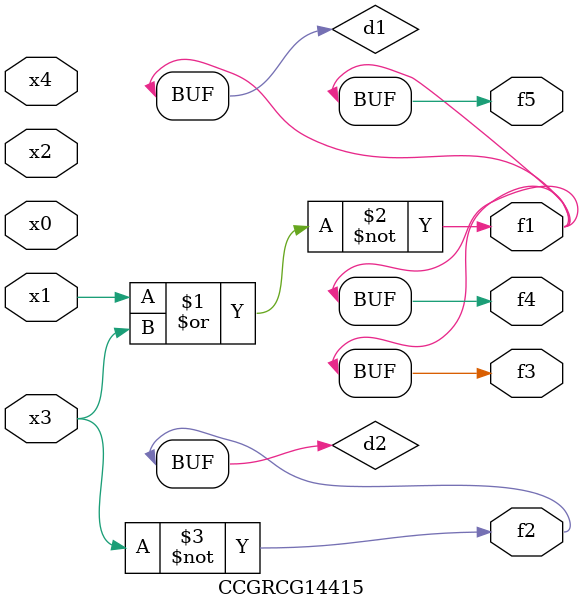
<source format=v>
module CCGRCG14415(
	input x0, x1, x2, x3, x4,
	output f1, f2, f3, f4, f5
);

	wire d1, d2;

	nor (d1, x1, x3);
	not (d2, x3);
	assign f1 = d1;
	assign f2 = d2;
	assign f3 = d1;
	assign f4 = d1;
	assign f5 = d1;
endmodule

</source>
